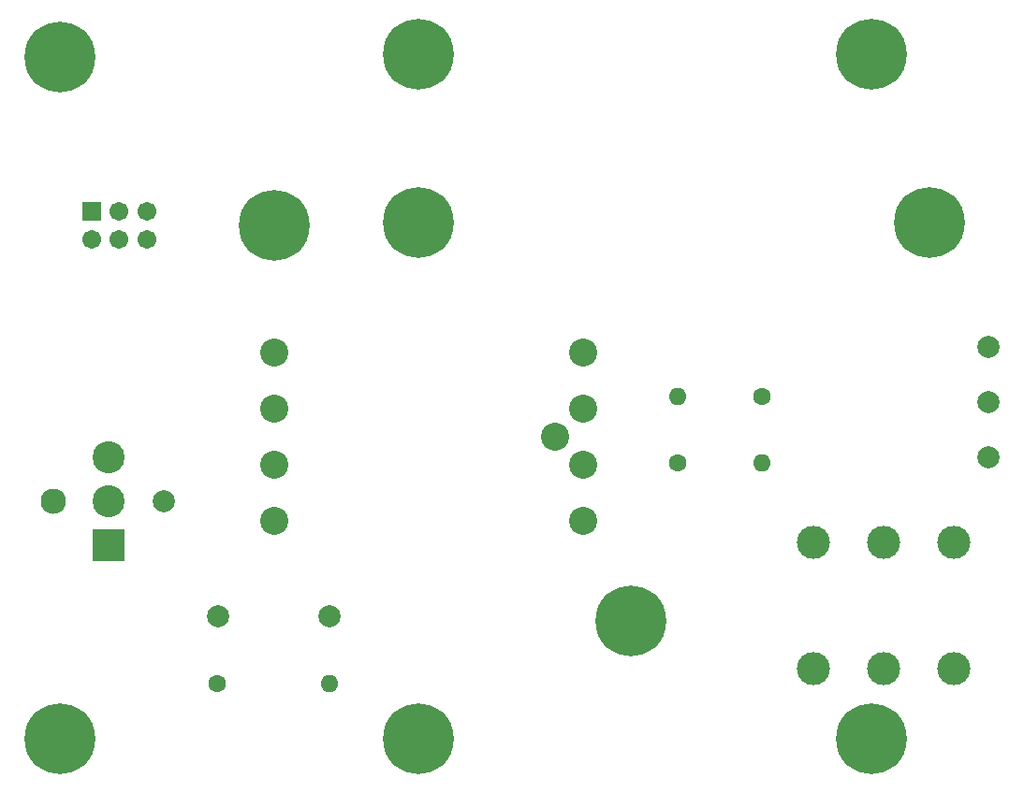
<source format=gts>
G04 #@! TF.GenerationSoftware,KiCad,Pcbnew,7.0.9*
G04 #@! TF.CreationDate,2024-06-06T01:46:12+04:00*
G04 #@! TF.ProjectId,57TimesAudioRE-AMP,35375469-6d65-4734-9175-64696f52452d,rev?*
G04 #@! TF.SameCoordinates,Original*
G04 #@! TF.FileFunction,Soldermask,Top*
G04 #@! TF.FilePolarity,Negative*
%FSLAX46Y46*%
G04 Gerber Fmt 4.6, Leading zero omitted, Abs format (unit mm)*
G04 Created by KiCad (PCBNEW 7.0.9) date 2024-06-06 01:46:12*
%MOMM*%
%LPD*%
G01*
G04 APERTURE LIST*
G04 Aperture macros list*
%AMRoundRect*
0 Rectangle with rounded corners*
0 $1 Rounding radius*
0 $2 $3 $4 $5 $6 $7 $8 $9 X,Y pos of 4 corners*
0 Add a 4 corners polygon primitive as box body*
4,1,4,$2,$3,$4,$5,$6,$7,$8,$9,$2,$3,0*
0 Add four circle primitives for the rounded corners*
1,1,$1+$1,$2,$3*
1,1,$1+$1,$4,$5*
1,1,$1+$1,$6,$7*
1,1,$1+$1,$8,$9*
0 Add four rect primitives between the rounded corners*
20,1,$1+$1,$2,$3,$4,$5,0*
20,1,$1+$1,$4,$5,$6,$7,0*
20,1,$1+$1,$6,$7,$8,$9,0*
20,1,$1+$1,$8,$9,$2,$3,0*%
G04 Aperture macros list end*
%ADD10C,2.004000*%
%ADD11RoundRect,0.102000X0.754000X0.754000X-0.754000X0.754000X-0.754000X-0.754000X0.754000X-0.754000X0*%
%ADD12C,1.712000*%
%ADD13C,2.540000*%
%ADD14C,1.600000*%
%ADD15O,1.600000X1.600000*%
%ADD16C,0.800000*%
%ADD17C,6.400000*%
%ADD18C,2.000000*%
%ADD19C,2.300000*%
%ADD20RoundRect,0.102000X1.350000X-1.350000X1.350000X1.350000X-1.350000X1.350000X-1.350000X-1.350000X0*%
%ADD21C,2.904000*%
%ADD22C,3.000000*%
G04 APERTURE END LIST*
D10*
X139590000Y-65500000D03*
X139590000Y-60500000D03*
X139590000Y-55500000D03*
D11*
X58470000Y-43250000D03*
D12*
X60970000Y-43250000D03*
X63470000Y-43250000D03*
X58470000Y-45750000D03*
X60970000Y-45750000D03*
X63470000Y-45750000D03*
D13*
X75000000Y-71240000D03*
X75000000Y-66160000D03*
X75000000Y-61080000D03*
X75000000Y-56000000D03*
X102940000Y-71240000D03*
X102940000Y-66160000D03*
X102940000Y-61080000D03*
X102940000Y-56000000D03*
X100400000Y-63620000D03*
D14*
X111500000Y-66000000D03*
D15*
X119120000Y-66000000D03*
D16*
X126600000Y-91000000D03*
X127302944Y-89302944D03*
X127302944Y-92697056D03*
X129000000Y-88600000D03*
D17*
X129000000Y-91000000D03*
D16*
X129000000Y-93400000D03*
X130697056Y-89302944D03*
X130697056Y-92697056D03*
X131400000Y-91000000D03*
D14*
X119120000Y-60000000D03*
D15*
X111500000Y-60000000D03*
D16*
X126600000Y-29000000D03*
X127302944Y-27302944D03*
X127302944Y-30697056D03*
X129000000Y-26600000D03*
D17*
X129000000Y-29000000D03*
D16*
X129000000Y-31400000D03*
X130697056Y-27302944D03*
X130697056Y-30697056D03*
X131400000Y-29000000D03*
X85602944Y-91002944D03*
X86305888Y-89305888D03*
X86305888Y-92700000D03*
X88002944Y-88602944D03*
D17*
X88002944Y-91002944D03*
D16*
X88002944Y-93402944D03*
X89700000Y-89305888D03*
X89700000Y-92700000D03*
X90402944Y-91002944D03*
D18*
X79960000Y-79910000D03*
X69960000Y-79910000D03*
D19*
X55000000Y-69500000D03*
D20*
X60000000Y-73500000D03*
D21*
X60000000Y-65500000D03*
X60000000Y-69500000D03*
D10*
X65000000Y-69500000D03*
D22*
X130140000Y-73230000D03*
X130140000Y-84660000D03*
X136490000Y-73230000D03*
X136490000Y-84660000D03*
X123790000Y-73230000D03*
X123790000Y-84660000D03*
D14*
X69840000Y-86000000D03*
D15*
X80000000Y-86000000D03*
D16*
X53200000Y-91000000D03*
X53902944Y-89302944D03*
X53902944Y-92697056D03*
X55600000Y-88600000D03*
D17*
X55600000Y-91000000D03*
D16*
X55600000Y-93400000D03*
X57297056Y-89302944D03*
X57297056Y-92697056D03*
X58000000Y-91000000D03*
X85602944Y-29002944D03*
X86305888Y-27305888D03*
X86305888Y-30700000D03*
X88002944Y-26602944D03*
D17*
X88002944Y-29002944D03*
D16*
X88002944Y-31402944D03*
X89700000Y-27305888D03*
X89700000Y-30700000D03*
X90402944Y-29002944D03*
X131850000Y-44250000D03*
X132552944Y-42552944D03*
X132552944Y-45947056D03*
X134250000Y-41850000D03*
D17*
X134250000Y-44250000D03*
D16*
X134250000Y-46650000D03*
X135947056Y-42552944D03*
X135947056Y-45947056D03*
X136650000Y-44250000D03*
X85600000Y-44302944D03*
X86302944Y-42605888D03*
X86302944Y-46000000D03*
X88000000Y-41902944D03*
D17*
X88000000Y-44302944D03*
D16*
X88000000Y-46702944D03*
X89697056Y-42605888D03*
X89697056Y-46000000D03*
X90400000Y-44302944D03*
X104900000Y-80300000D03*
X105602944Y-78602944D03*
X105602944Y-81997056D03*
X107300000Y-77900000D03*
D17*
X107300000Y-80300000D03*
D16*
X107300000Y-82700000D03*
X108997056Y-78602944D03*
X108997056Y-81997056D03*
X109700000Y-80300000D03*
X72600000Y-44500000D03*
X73302944Y-42802944D03*
X73302944Y-46197056D03*
X75000000Y-42100000D03*
D17*
X75000000Y-44500000D03*
D16*
X75000000Y-46900000D03*
X76697056Y-42802944D03*
X76697056Y-46197056D03*
X77400000Y-44500000D03*
X53200000Y-29300000D03*
X53902944Y-27602944D03*
X53902944Y-30997056D03*
X55600000Y-26900000D03*
D17*
X55600000Y-29300000D03*
D16*
X55600000Y-31700000D03*
X57297056Y-27602944D03*
X57297056Y-30997056D03*
X58000000Y-29300000D03*
M02*

</source>
